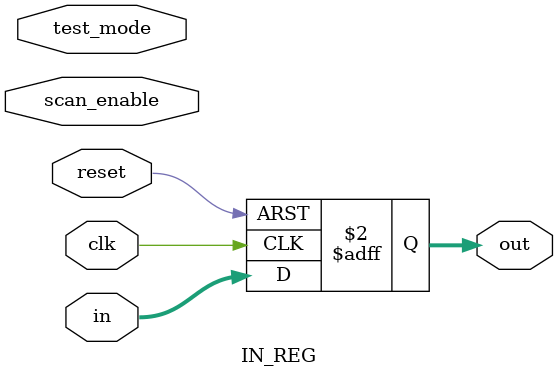
<source format=v>
module IN_REG(
	in,
	clk,
	reset,
	out,
	scan_enable,
	test_mode
	);

////////////////////////
// Inputs and outputs

input	[7:0]	in;
input		clk;
input 		scan_enable,
		test_mode,
                reset;
		

output reg	[7:0]	out;

always @(posedge clk or posedge reset) begin
  if (reset)
    out <= 8'd0;
  else
    out <= in;
end 

endmodule //end IN_REG


</source>
